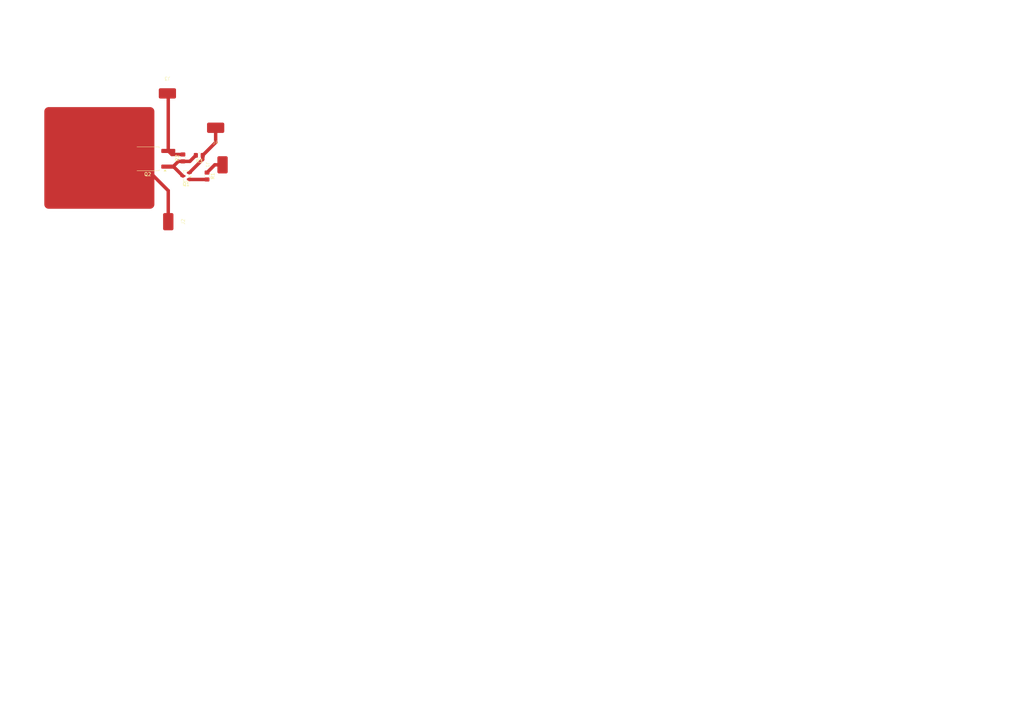
<source format=kicad_pcb>
(kicad_pcb (version 20241229) (generator "pcbnew") (generator_version "9.0")
  (layers (0 "F.Cu" signal) (2 "B.Cu" signal) (13 "F.Paste" user) (15 "B.Paste" user) (5 "F.SilkS" user "F.Silkscreen") (7 "B.SilkS" user "B.Silkscreen") (1 "F.Mask" user) (3 "B.Mask" user) (25 "Edge.Cuts" user))
  (net 0 "")
  (net 1 "Net-(J1-Pin_1)")
  (net 2 "Net-(J2-Pin_1)")
  (net 3 "VCC")
  (net 4 "Net-(Q1-C)")
  (net 5 "GNDREF")
  (net 6 "Net-(Q1-B)")
  (footprint "Josef Library:Single Surface Mount Header" (layer "F.Cu") (at 53.55 64.25 90)
    (property "Reference" "J2" (at 0 -0.5 90) (layer "F.SilkS") (effects (font (thickness 0.1))))
    (property "Value" "Conn_01x01_Pin")
    (pad "1" smd roundrect (at 0 -4.8 90) (size 5 3) (layers "F.Cu" "F.Mask" "F.Paste") (roundrect_rratio 0.15) (net 2 "Net-(J2-Pin_1)"))
  )
  (footprint "Package_TO_SOT_SMD:SOT-23" (layer "F.Cu") (at 53.9375 51 180)
    (property "Reference" "Q1" (at 0 -2.4 0) (layer "F.SilkS"))
    (property "Value" "MMBT3904")
    (fp_line (start 0.76 1.56) (end -0.76 1.56) (stroke (width 0.12)) (layer "F.SilkS"))
    (fp_line (start 0.76 0.56) (end 0.76 1.56) (stroke (width 0.12)) (layer "F.SilkS"))
    (fp_line (start 0.76 -1.56) (end 0.76 -0.56) (stroke (width 0.12)) (layer "F.SilkS"))
    (fp_line (start -0.76 1.56) (end -0.76 1.51) (stroke (width 0.12)) (layer "F.SilkS"))
    (fp_line (start -0.76 0.39) (end -0.76 -0.39) (stroke (width 0.12)) (layer "F.SilkS"))
    (fp_line (start -0.76 -1.51) (end -0.76 -1.56) (stroke (width 0.12)) (layer "F.SilkS"))
    (fp_line (start -0.76 -1.56) (end 0.76 -1.56) (stroke (width 0.12)) (layer "F.SilkS"))
    (fp_poly (pts (xy -1.3 -0.38) (xy -1.06 -0.05) (xy -1.54 -0.05)) (stroke (width 0.12)) (fill yes) (layer "F.SilkS"))
    (pad "1" smd roundrect (at -0.9375 -0.95 180) (size 1.475 0.6) (layers "F.Cu" "F.Mask" "F.Paste") (net 6 "Net-(Q1-B)"))
    (pad "2" smd roundrect (at -0.9375 0.95 180) (size 1.475 0.6) (layers "F.Cu" "F.Mask" "F.Paste") (net 5 "GNDREF"))
    (pad "3" smd roundrect (at 0.9375 0 180) (size 1.475 0.6) (layers "F.Cu" "F.Mask" "F.Paste") (net 4 "Net-(Q1-C)"))
  )
  (footprint "Resistor_SMD:R_0805_2012Metric_Pad1.20x1.40mm_HandSolder" (layer "F.Cu") (at 60 51 -90)
    (property "Reference" "R1" (at 0 -1.65 90) (layer "F.SilkS"))
    (property "Value" "1k")
    (fp_line (start -0.227064 0.735) (end 0.227064 0.735) (stroke (width 0.12)) (layer "F.SilkS"))
    (fp_line (start -0.227064 -0.735) (end 0.227064 -0.735) (stroke (width 0.12)) (layer "F.SilkS"))
    (pad "1" smd roundrect (at -1 0 270) (size 1.2 1.4) (layers "F.Cu" "F.Mask" "F.Paste") (roundrect_rratio 0.208333) (net 1 "Net-(J1-Pin_1)"))
    (pad "2" smd roundrect (at 1 0 270) (size 1.2 1.4) (layers "F.Cu" "F.Mask" "F.Paste") (roundrect_rratio 0.208333) (net 6 "Net-(Q1-B)"))
  )
  (footprint "Resistor_SMD:R_0805_2012Metric_Pad1.20x1.40mm_HandSolder" (layer "F.Cu") (at 53 45.75 90)
    (property "Reference" "R2" (at 0 -1.65 90) (layer "F.SilkS"))
    (property "Value" "4.7k")
    (fp_line (start -0.227064 -0.735) (end 0.227064 -0.735) (stroke (width 0.12)) (layer "F.SilkS"))
    (fp_line (start -0.227064 0.735) (end 0.227064 0.735) (stroke (width 0.12)) (layer "F.SilkS"))
    (pad "1" smd roundrect (at -1 0 90) (size 1.2 1.4) (layers "F.Cu" "F.Mask" "F.Paste") (roundrect_rratio 0.208333) (net 4 "Net-(Q1-C)"))
    (pad "2" smd roundrect (at 1 0 90) (size 1.2 1.4) (layers "F.Cu" "F.Mask" "F.Paste") (roundrect_rratio 0.208333) (net 3 "VCC"))
  )
  (footprint "Josef Library:Single Surface Mount Header" (layer "F.Cu") (at 59.7 47.75 -90)
    (property "Reference" "J1" (at 0 -0.5 270) (layer "F.SilkS") (effects (font (thickness 0.1))))
    (property "Value" "Conn_01x01_Pin")
    (pad "1" smd roundrect (at 0 -4.8 270) (size 5 3) (layers "F.Cu" "F.Mask" "F.Paste") (roundrect_rratio 0.15) (net 1 "Net-(J1-Pin_1)"))
  )
  (footprint "Resistor_SMD:R_0805_2012Metric_Pad1.20x1.40mm_HandSolder" (layer "F.Cu") (at 57.75 45 180)
    (property "Reference" "R3" (at 0 -1.65 0) (layer "F.SilkS"))
    (property "Value" "15k")
    (fp_line (start -0.227064 0.735) (end 0.227064 0.735) (stroke (width 0.12)) (layer "F.SilkS"))
    (fp_line (start -0.227064 -0.735) (end 0.227064 -0.735) (stroke (width 0.12)) (layer "F.SilkS"))
    (pad "1" smd roundrect (at -1 0 180) (size 1.2 1.4) (layers "F.Cu" "F.Mask" "F.Paste") (roundrect_rratio 0.208333) (net 5 "GNDREF"))
    (pad "2" smd roundrect (at 1 0 180) (size 1.2 1.4) (layers "F.Cu" "F.Mask" "F.Paste") (roundrect_rratio 0.208333) (net 4 "Net-(Q1-C)"))
  )
  (footprint "Josef Library:Josef TO-252-2" (layer "F.Cu") (at 42.78 46 180)
    (property "Reference" "Q2" (at 0 -4.5 0) (layer "F.SilkS"))
    (property "Value" "PMOS")
    (fp_line (start 3.11 3.45) (end -3.31 3.45) (stroke (width 0.12)) (layer "F.SilkS"))
    (fp_line (start 3.11 -3.45) (end -3.31 -3.45) (stroke (width 0.12)) (layer "F.SilkS"))
    (fp_line (start -3.31 3.45) (end -3.31 3.18) (stroke (width 0.12)) (layer "F.SilkS"))
    (fp_line (start -3.31 -3.45) (end -3.31 -3.18) (stroke (width 0.12)) (layer "F.SilkS"))
    (fp_poly (pts (xy -5.04 -3.14) (xy -5.38 -3.61) (xy -4.7 -3.61)) (stroke (width 0.12)) (fill yes) (layer "F.SilkS"))
    (pad "1" smd roundrect (at 14.03 0.25 180) (size 31.94 29.5) (layers "F.Cu" "F.Mask") (roundrect_rratio 0.043103) (net 2 "Net-(J2-Pin_1)"))
    (pad "2" smd roundrect (at -5.97 -2.28 180) (size 4.06 1.2) (layers "F.Cu" "F.Mask" "F.Paste") (roundrect_rratio 0.208333) (net 4 "Net-(Q1-C)"))
    (pad "3" smd roundrect (at -5.97 2.28 180) (size 4.06 1.2) (layers "F.Cu" "F.Mask" "F.Paste") (roundrect_rratio 0.208333) (net 3 "VCC"))
  )
  (footprint "Josef Library:Single Surface Mount Header" (layer "F.Cu") (at 62.5 41.8)
    (property "Reference" "J4" (at 0 -0.5 0) (layer "F.SilkS") (effects (font (thickness 0.1))))
    (property "Value" "Conn_01x01_Pin")
    (pad "1" smd roundrect (at 0 -4.8) (size 5 3) (layers "F.Cu" "F.Mask" "F.Paste") (roundrect_rratio 0.15) (net 5 "GNDREF"))
  )
  (footprint "Josef Library:Single Surface Mount Header" (layer "F.Cu") (at 48.5 22.225 180)
    (property "Reference" "J3" (at 0 -0.5 180) (layer "F.SilkS") (effects (font (thickness 0.1))))
    (property "Value" "Conn_01x01_Pin")
    (pad "1" smd roundrect (at 0 -4.8 180) (size 5 3) (layers "F.Cu" "F.Mask" "F.Paste") (roundrect_rratio 0.15) (net 3 "VCC"))
  )
  (segment (start 64.5 47.75) (end 62.25 47.75) (width 1) (layer "F.Cu") (net 1))
  (segment (start 62.25 47.75) (end 60 50) (width 1) (layer "F.Cu") (net 1))
  (segment (start 39.25 45.75) (end 48.75 55.25) (width 1) (layer "F.Cu") (net 2))
  (segment (start 31 43.5) (end 28.75 45.75) (width 1) (layer "F.Cu") (net 2))
  (segment (start 48.75 55.25) (end 48.75 64.25) (width 1) (layer "F.Cu") (net 2))
  (segment (start 28.75 45.75) (end 39.25 45.75) (width 1) (layer "F.Cu") (net 2))
  (segment (start 28.75 45.75) (end 36.25 38.25) (width 1) (layer "F.Cu") (net 2))
  (segment (start 53 44.75) (end 49.78 44.75) (width 1) (layer "F.Cu") (net 3))
  (segment (start 48.75 43.72) (end 48.75 27.275) (width 1) (layer "F.Cu") (net 3))
  (segment (start 49.78 44.75) (end 48.75 43.72) (width 1) (layer "F.Cu") (net 3))
  (segment (start 48.75 27.275) (end 48.5 27.025) (width 1) (layer "F.Cu") (net 3))
  (segment (start 51.681 46.75) (end 50.151 48.28) (width 1) (layer "F.Cu") (net 4))
  (segment (start 53 46.75) (end 55 46.75) (width 1) (layer "F.Cu") (net 4))
  (segment (start 55 46.75) (end 56.75 45) (width 1) (layer "F.Cu") (net 4))
  (segment (start 50.28 48.28) (end 50.151 48.28) (width 1) (layer "F.Cu") (net 4))
  (segment (start 53 46.75) (end 51.681 46.75) (width 1) (layer "F.Cu") (net 4))
  (segment (start 53 51) (end 50.28 48.28) (width 1) (layer "F.Cu") (net 4))
  (segment (start 54.875 50.05) (end 58.75 46.175) (width 1) (layer "F.Cu") (net 5))
  (segment (start 62.5 41.25) (end 58.75 45) (width 1) (layer "F.Cu") (net 5))
  (segment (start 62.5 37) (end 62.5 41.25) (width 1) (layer "F.Cu") (net 5))
  (segment (start 58.75 46.175) (end 58.75 45) (width 1) (layer "F.Cu") (net 5))
  (segment (start 54.925 52) (end 54.875 51.95) (width 1) (layer "F.Cu") (net 6))
  (segment (start 60 52) (end 54.925 52) (width 1) (layer "F.Cu") (net 6))
)
</source>
